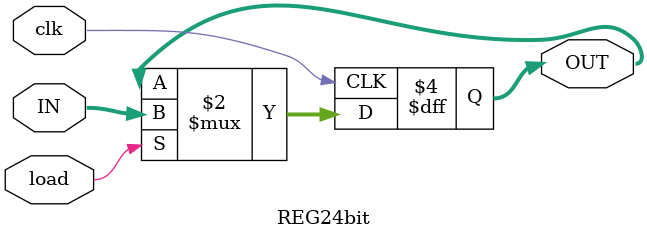
<source format=v>
`timescale 1ns / 1ps
module REG24bit(
    input clk, load,
    input [23:0] IN,
    output reg [23:0] OUT
    );

	always @(posedge clk) begin
		
		if(load) begin
			OUT <= IN;
		end		
		
	end

endmodule

</source>
